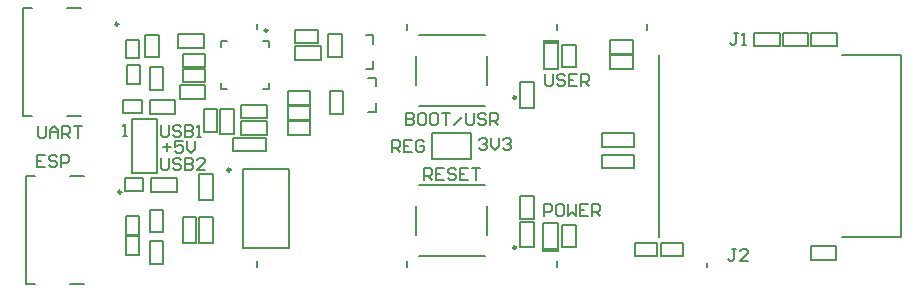
<source format=gto>
G04*
G04 #@! TF.GenerationSoftware,Altium Limited,Altium Designer,25.8.1 (18)*
G04*
G04 Layer_Color=65535*
%FSLAX25Y25*%
%MOIN*%
G70*
G04*
G04 #@! TF.SameCoordinates,45636B8A-3915-4F7A-89EB-9D21C2A6E2F9*
G04*
G04*
G04 #@! TF.FilePolarity,Positive*
G04*
G01*
G75*
%ADD10C,0.00984*%
%ADD11C,0.00600*%
%ADD12C,0.00787*%
%ADD13C,0.00500*%
%ADD14R,0.05500X0.01400*%
D10*
X78492Y88500D02*
G03*
X78492Y88500I-492J0D01*
G01*
X161358Y66142D02*
G03*
X161358Y66142I-492J0D01*
G01*
X66189Y41992D02*
G03*
X66189Y41992I-492J0D01*
G01*
X161358Y16142D02*
G03*
X161358Y16142I-492J0D01*
G01*
X28784Y90571D02*
G03*
X28784Y90571I-492J0D01*
G01*
X29783Y34587D02*
G03*
X29783Y34587I-492J0D01*
G01*
D11*
X75000Y89000D02*
Y90500D01*
X225000Y9500D02*
Y11000D01*
X175000Y9500D02*
Y11500D01*
X125000Y9500D02*
Y11500D01*
X75000Y9500D02*
Y11500D01*
X125000Y88500D02*
Y90500D01*
X205000Y88500D02*
Y90500D01*
X176800Y83700D02*
X181200D01*
X176800Y76300D02*
Y83700D01*
Y76300D02*
X181200D01*
Y83700D01*
X175000Y88500D02*
Y90500D01*
X31400Y13621D02*
Y19820D01*
X35800D01*
Y13621D02*
Y19820D01*
X31400Y13621D02*
X35800D01*
X39300Y21300D02*
X43700D01*
Y28700D01*
X39300D02*
X43700D01*
X39300Y21300D02*
Y28700D01*
X85300Y68200D02*
X92700D01*
Y63800D02*
Y68200D01*
X85300Y63800D02*
X92700D01*
X85300D02*
Y68200D01*
Y58800D02*
X92700D01*
X85300D02*
Y63200D01*
X92700D01*
Y58800D02*
Y63200D01*
X37800Y79599D02*
Y86999D01*
X42200D01*
Y79599D02*
Y86999D01*
X37800Y79599D02*
X42200D01*
X30900Y39300D02*
X37100D01*
Y34900D02*
Y39300D01*
X30900Y34900D02*
X37100D01*
X30900D02*
Y39300D01*
X69800Y63700D02*
X78200D01*
Y59200D02*
Y63700D01*
X69800Y59200D02*
X78200D01*
X69800D02*
Y63700D01*
X103700Y60800D02*
Y68200D01*
X99300Y60800D02*
X103700D01*
X99300D02*
Y68200D01*
X103700D01*
X33250Y41000D02*
Y59000D01*
Y41000D02*
X41750D01*
Y59000D01*
X33250D02*
X41750D01*
X192800Y85200D02*
X200200D01*
Y80800D02*
Y85200D01*
X192800Y80800D02*
X200200D01*
X192800D02*
Y85200D01*
X193300Y42600D02*
X200700D01*
X193300Y47000D02*
X200700D01*
Y42600D02*
Y47000D01*
X50300Y76300D02*
Y80700D01*
Y76300D02*
X57700D01*
Y80700D01*
X50300D02*
X57700D01*
X39800Y34700D02*
Y39200D01*
Y34700D02*
X48200D01*
Y39200D01*
X39800D02*
X48200D01*
X189900Y47000D02*
X197300D01*
X189900Y42600D02*
X197300D01*
X189900D02*
Y47000D01*
Y54200D02*
X197300D01*
X189900Y49800D02*
X197300D01*
X189900D02*
Y54200D01*
X85300Y58200D02*
X92700D01*
Y53800D02*
Y58200D01*
X85300Y53800D02*
X92700D01*
X85300D02*
Y58200D01*
X60200Y32079D02*
Y40479D01*
X55700Y32079D02*
X60200D01*
X55700D02*
Y40479D01*
X60200D01*
X69800Y53700D02*
Y58200D01*
Y53700D02*
X78200D01*
Y58200D01*
X69800D02*
X78200D01*
X30400Y65300D02*
X36600D01*
Y60900D02*
Y65300D01*
X30400Y60900D02*
X36600D01*
X30400D02*
Y65300D01*
X31700Y70621D02*
Y76820D01*
X36100D01*
Y70621D02*
Y76820D01*
X31700Y70621D02*
X36100D01*
X50300Y71300D02*
Y75700D01*
Y71300D02*
X57700D01*
Y75700D01*
X50300D02*
X57700D01*
X209600Y13300D02*
X217000D01*
X209600D02*
Y17700D01*
X217000D01*
Y13300D02*
Y17700D01*
X167200Y16300D02*
Y24700D01*
X162700Y16300D02*
X167200D01*
X162700D02*
Y24700D01*
X167200D01*
X176800Y16300D02*
X181200D01*
Y23700D01*
X176800D02*
X181200D01*
X176800Y16300D02*
Y23700D01*
X162800Y25800D02*
X167200D01*
Y33200D01*
X162800D02*
X167200D01*
X162800Y25800D02*
Y33200D01*
X98800Y79800D02*
X103200D01*
Y87200D01*
X98800D02*
X103200D01*
X98800Y79800D02*
Y87200D01*
X39300Y18200D02*
X43700D01*
X39300Y10800D02*
Y18200D01*
Y10800D02*
X43700D01*
Y18200D01*
X50300Y17800D02*
Y26200D01*
X54800D01*
Y17800D02*
Y26200D01*
X50300Y17800D02*
X54800D01*
X133500Y45750D02*
Y54250D01*
X146500D01*
Y45750D02*
Y54250D01*
X133500Y45750D02*
X146500D01*
X49300Y65800D02*
X57700D01*
X49300D02*
Y70300D01*
X57700D01*
Y65800D02*
Y70300D01*
X67200Y54021D02*
Y62420D01*
X62700Y54021D02*
X67200D01*
X62700D02*
Y62420D01*
X67200D01*
X67100Y52700D02*
X74500D01*
X67100Y48300D02*
X74500D01*
X67100D02*
Y52700D01*
X31400Y26579D02*
X35800D01*
X31400Y20380D02*
Y26579D01*
Y20380D02*
X35800D01*
Y26579D01*
X193300Y49800D02*
X200700D01*
X193300Y54200D02*
X200700D01*
Y49800D02*
Y54200D01*
X31400Y85379D02*
X35800D01*
X31400Y79180D02*
Y85379D01*
Y79180D02*
X35800D01*
Y85379D01*
X43700Y68800D02*
Y76200D01*
X39300Y68800D02*
X43700D01*
X39300D02*
Y76200D01*
X43700D01*
X57300Y54800D02*
X61700D01*
Y62200D01*
X57300D02*
X61700D01*
X57300Y54800D02*
Y62200D01*
X39300Y65200D02*
X47700D01*
Y60700D02*
Y65200D01*
X39300Y60700D02*
X47700D01*
X39300D02*
Y65200D01*
X192800Y80200D02*
X200200D01*
Y75800D02*
Y80200D01*
X192800Y75800D02*
X200200D01*
X192800D02*
Y80200D01*
X170500Y14900D02*
Y24300D01*
X175400D01*
Y14900D02*
Y24300D01*
X170500Y14900D02*
X175400D01*
X95200Y84300D02*
Y88700D01*
X87800D02*
X95200D01*
X87800Y84300D02*
Y88700D01*
Y84300D02*
X95200D01*
X48800Y82800D02*
X57200D01*
X48800D02*
Y87300D01*
X57200D01*
Y82800D02*
Y87300D01*
X200900Y13300D02*
X208300D01*
X200900D02*
Y17700D01*
X208300D01*
Y13300D02*
Y17700D01*
X55800Y17800D02*
Y26200D01*
X60300D01*
Y17800D02*
Y26200D01*
X55800Y17800D02*
X60300D01*
X167200Y62800D02*
Y71200D01*
X162700Y62800D02*
X167200D01*
X162700D02*
Y71200D01*
X167200D01*
X77901Y48300D02*
Y52700D01*
X70501D02*
X77901D01*
X70501Y48300D02*
X77901D01*
X87800Y78700D02*
Y83200D01*
Y78700D02*
X96200D01*
Y83200D01*
X87800D02*
X96200D01*
X250300Y87700D02*
X258700D01*
Y83200D02*
Y87700D01*
X250300Y83200D02*
X258700D01*
X250300D02*
Y87700D01*
X259579Y12000D02*
X267980D01*
X259579D02*
Y16500D01*
X267980D01*
Y12000D02*
Y16500D01*
X240800Y83300D02*
X249200D01*
X240800D02*
Y87800D01*
X249200D01*
Y83300D02*
Y87800D01*
X259800Y83200D02*
Y87700D01*
Y83200D02*
X268200D01*
Y87700D01*
X259800D02*
X268200D01*
X175500Y75700D02*
Y85100D01*
X170600Y75700D02*
X175500D01*
X170600D02*
Y85100D01*
X175500D01*
X171100Y74099D02*
Y70766D01*
X171766Y70100D01*
X173099D01*
X173766Y70766D01*
Y74099D01*
X177764Y73432D02*
X177098Y74099D01*
X175765D01*
X175099Y73432D01*
Y72766D01*
X175765Y72099D01*
X177098D01*
X177764Y71433D01*
Y70766D01*
X177098Y70100D01*
X175765D01*
X175099Y70766D01*
X181763Y74099D02*
X179097D01*
Y70100D01*
X181763D01*
X179097Y72099D02*
X180430D01*
X183096Y70100D02*
Y74099D01*
X185096D01*
X185762Y73432D01*
Y72099D01*
X185096Y71433D01*
X183096D01*
X184429D02*
X185762Y70100D01*
X170600Y26600D02*
Y30599D01*
X172599D01*
X173266Y29932D01*
Y28599D01*
X172599Y27933D01*
X170600D01*
X176598Y30599D02*
X175265D01*
X174599Y29932D01*
Y27266D01*
X175265Y26600D01*
X176598D01*
X177264Y27266D01*
Y29932D01*
X176598Y30599D01*
X178597D02*
Y26600D01*
X179930Y27933D01*
X181263Y26600D01*
Y30599D01*
X185262D02*
X182596D01*
Y26600D01*
X185262D01*
X182596Y28599D02*
X183929D01*
X186595Y26600D02*
Y30599D01*
X188594D01*
X189261Y29932D01*
Y28599D01*
X188594Y27933D01*
X186595D01*
X187928D02*
X189261Y26600D01*
X124672Y61099D02*
Y57100D01*
X126671D01*
X127337Y57766D01*
Y58433D01*
X126671Y59099D01*
X124672D01*
X126671D01*
X127337Y59766D01*
Y60432D01*
X126671Y61099D01*
X124672D01*
X130670D02*
X129337D01*
X128670Y60432D01*
Y57766D01*
X129337Y57100D01*
X130670D01*
X131336Y57766D01*
Y60432D01*
X130670Y61099D01*
X134668D02*
X133335D01*
X132669Y60432D01*
Y57766D01*
X133335Y57100D01*
X134668D01*
X135335Y57766D01*
Y60432D01*
X134668Y61099D01*
X136668D02*
X139333D01*
X138001D01*
Y57100D01*
X140666D02*
X143332Y59766D01*
X144665Y61099D02*
Y57766D01*
X145332Y57100D01*
X146665D01*
X147331Y57766D01*
Y61099D01*
X151330Y60432D02*
X150663Y61099D01*
X149330D01*
X148664Y60432D01*
Y59766D01*
X149330Y59099D01*
X150663D01*
X151330Y58433D01*
Y57766D01*
X150663Y57100D01*
X149330D01*
X148664Y57766D01*
X152663Y57100D02*
Y61099D01*
X154662D01*
X155328Y60432D01*
Y59099D01*
X154662Y58433D01*
X152663D01*
X153996D02*
X155328Y57100D01*
X130670Y38600D02*
Y42599D01*
X132669D01*
X133335Y41932D01*
Y40599D01*
X132669Y39933D01*
X130670D01*
X132003D02*
X133335Y38600D01*
X137334Y42599D02*
X134668D01*
Y38600D01*
X137334D01*
X134668Y40599D02*
X136001D01*
X141333Y41932D02*
X140666Y42599D01*
X139333D01*
X138667Y41932D01*
Y41266D01*
X139333Y40599D01*
X140666D01*
X141333Y39933D01*
Y39266D01*
X140666Y38600D01*
X139333D01*
X138667Y39266D01*
X145332Y42599D02*
X142666D01*
Y38600D01*
X145332D01*
X142666Y40599D02*
X143999D01*
X146665Y42599D02*
X149330D01*
X147997D01*
Y38600D01*
X120100Y48100D02*
Y52099D01*
X122099D01*
X122766Y51432D01*
Y50099D01*
X122099Y49433D01*
X120100D01*
X121433D02*
X122766Y48100D01*
X126765Y52099D02*
X124099D01*
Y48100D01*
X126765D01*
X124099Y50099D02*
X125432D01*
X130763Y51432D02*
X130097Y52099D01*
X128764D01*
X128097Y51432D01*
Y48766D01*
X128764Y48100D01*
X130097D01*
X130763Y48766D01*
Y50099D01*
X129430D01*
X149100Y51932D02*
X149767Y52599D01*
X151099D01*
X151766Y51932D01*
Y51266D01*
X151099Y50599D01*
X150433D01*
X151099D01*
X151766Y49933D01*
Y49266D01*
X151099Y48600D01*
X149767D01*
X149100Y49266D01*
X153099Y52599D02*
Y49933D01*
X154432Y48600D01*
X155764Y49933D01*
Y52599D01*
X157097Y51932D02*
X157764Y52599D01*
X159097D01*
X159763Y51932D01*
Y51266D01*
X159097Y50599D01*
X158430D01*
X159097D01*
X159763Y49933D01*
Y49266D01*
X159097Y48600D01*
X157764D01*
X157097Y49266D01*
X43100Y46099D02*
Y42766D01*
X43766Y42100D01*
X45099D01*
X45766Y42766D01*
Y46099D01*
X49764Y45432D02*
X49098Y46099D01*
X47765D01*
X47099Y45432D01*
Y44766D01*
X47765Y44099D01*
X49098D01*
X49764Y43433D01*
Y42766D01*
X49098Y42100D01*
X47765D01*
X47099Y42766D01*
X51097Y46099D02*
Y42100D01*
X53097D01*
X53763Y42766D01*
Y43433D01*
X53097Y44099D01*
X51097D01*
X53097D01*
X53763Y44766D01*
Y45432D01*
X53097Y46099D01*
X51097D01*
X57762Y42100D02*
X55096D01*
X57762Y44766D01*
Y45432D01*
X57095Y46099D01*
X55763D01*
X55096Y45432D01*
X43600Y49599D02*
X46266D01*
X44933Y50932D02*
Y48266D01*
X50265Y51599D02*
X47599D01*
Y49599D01*
X48932Y50266D01*
X49598D01*
X50265Y49599D01*
Y48266D01*
X49598Y47600D01*
X48265D01*
X47599Y48266D01*
X51597Y51599D02*
Y48933D01*
X52930Y47600D01*
X54263Y48933D01*
Y51599D01*
X43100Y57099D02*
Y53766D01*
X43766Y53100D01*
X45099D01*
X45766Y53766D01*
Y57099D01*
X49764Y56432D02*
X49098Y57099D01*
X47765D01*
X47099Y56432D01*
Y55766D01*
X47765Y55099D01*
X49098D01*
X49764Y54433D01*
Y53766D01*
X49098Y53100D01*
X47765D01*
X47099Y53766D01*
X51097Y57099D02*
Y53100D01*
X53097D01*
X53763Y53766D01*
Y54433D01*
X53097Y55099D01*
X51097D01*
X53097D01*
X53763Y55766D01*
Y56432D01*
X53097Y57099D01*
X51097D01*
X55096Y53100D02*
X56429D01*
X55763D01*
Y57099D01*
X55096Y56432D01*
X30200Y53300D02*
X31533D01*
X30866D01*
Y57299D01*
X30200Y56632D01*
X2100Y56599D02*
Y53266D01*
X2767Y52600D01*
X4099D01*
X4766Y53266D01*
Y56599D01*
X6099Y52600D02*
Y55266D01*
X7432Y56599D01*
X8765Y55266D01*
Y52600D01*
Y54599D01*
X6099D01*
X10097Y52600D02*
Y56599D01*
X12097D01*
X12763Y55932D01*
Y54599D01*
X12097Y53933D01*
X10097D01*
X11430D02*
X12763Y52600D01*
X14096Y56599D02*
X16762D01*
X15429D01*
Y52600D01*
X4266Y47099D02*
X1600D01*
Y43100D01*
X4266D01*
X1600Y45099D02*
X2933D01*
X8264Y46432D02*
X7598Y47099D01*
X6265D01*
X5599Y46432D01*
Y45766D01*
X6265Y45099D01*
X7598D01*
X8264Y44433D01*
Y43766D01*
X7598Y43100D01*
X6265D01*
X5599Y43766D01*
X9597Y43100D02*
Y47099D01*
X11597D01*
X12263Y46432D01*
Y45099D01*
X11597Y44433D01*
X9597D01*
X234766Y15599D02*
X233433D01*
X234099D01*
Y12267D01*
X233433Y11600D01*
X232766D01*
X232100Y12267D01*
X238765Y11600D02*
X236099D01*
X238765Y14266D01*
Y14932D01*
X238098Y15599D01*
X236765D01*
X236099Y14932D01*
X235266Y87599D02*
X233933D01*
X234599D01*
Y84266D01*
X233933Y83600D01*
X233266D01*
X232600Y84266D01*
X236599Y83600D02*
X237932D01*
X237265D01*
Y87599D01*
X236599Y86932D01*
D12*
X63126Y69126D02*
Y71095D01*
Y69126D02*
X65095D01*
X78874D02*
Y71095D01*
X76906Y69126D02*
X78874D01*
X63126Y82906D02*
Y84874D01*
X65095D01*
X78874Y82906D02*
Y84874D01*
X76906D02*
X78874D01*
X151811Y70177D02*
Y79823D01*
X128878Y86811D02*
X151122D01*
X128189Y70177D02*
Y79823D01*
X128878Y63189D02*
X151122D01*
X70323Y15811D02*
Y42189D01*
X85677Y15811D02*
Y42189D01*
X70323D02*
X85677D01*
X70323Y15811D02*
X85677D01*
X151811Y20177D02*
Y29823D01*
X128878Y36811D02*
X151122D01*
X128189Y20177D02*
Y29823D01*
X128878Y13189D02*
X151122D01*
X114559Y69854D02*
Y72709D01*
X112000D02*
X114559D01*
Y61291D02*
Y64146D01*
X112000Y61291D02*
X114559D01*
X-2909Y60000D02*
X-55D01*
X11559D02*
X16480D01*
X-2909D02*
Y95984D01*
X-55D01*
X11559D02*
X16480D01*
X113801Y84114D02*
Y86968D01*
X111242D02*
X113801D01*
Y75551D02*
Y78405D01*
X111242Y75551D02*
X113801D01*
X-1909Y4016D02*
X945D01*
X12559D02*
X17480D01*
X-1909D02*
Y40000D01*
X945D01*
X12559D02*
X17480D01*
D13*
X289799Y19685D02*
Y80315D01*
X269917Y19685D02*
X289799D01*
X209090D02*
Y80315D01*
X269917D02*
X289799D01*
D14*
X172950Y15300D02*
D03*
X173050Y84700D02*
D03*
M02*

</source>
